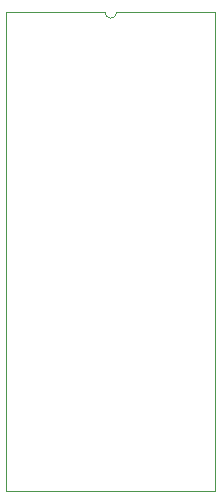
<source format=gbr>
G04 #@! TF.GenerationSoftware,KiCad,Pcbnew,(5.1.4)-1*
G04 #@! TF.CreationDate,2021-03-21T00:40:16-04:00*
G04 #@! TF.ProjectId,27c256_to_82s141,32376332-3536-45f7-946f-5f3832733134,rev?*
G04 #@! TF.SameCoordinates,Original*
G04 #@! TF.FileFunction,Profile,NP*
%FSLAX46Y46*%
G04 Gerber Fmt 4.6, Leading zero omitted, Abs format (unit mm)*
G04 Created by KiCad (PCBNEW (5.1.4)-1) date 2021-03-21 00:40:16*
%MOMM*%
%LPD*%
G04 APERTURE LIST*
%ADD10C,0.050000*%
G04 APERTURE END LIST*
D10*
X118900000Y-45000000D02*
X127250000Y-45000000D01*
X118400000Y-45500000D02*
G75*
G02X117900000Y-45000000I0J500000D01*
G01*
X118900000Y-45000000D02*
G75*
G02X118400000Y-45500000I-500000J0D01*
G01*
X109500000Y-49750000D02*
X109500000Y-85500000D01*
X109500000Y-49750000D02*
X109500000Y-45000000D01*
X111500000Y-45000000D02*
X109500000Y-45000000D01*
X117900000Y-45000000D02*
X111500000Y-45000000D01*
X127250000Y-85500000D02*
X127250000Y-45000000D01*
X109500000Y-85500000D02*
X127250000Y-85500000D01*
M02*

</source>
